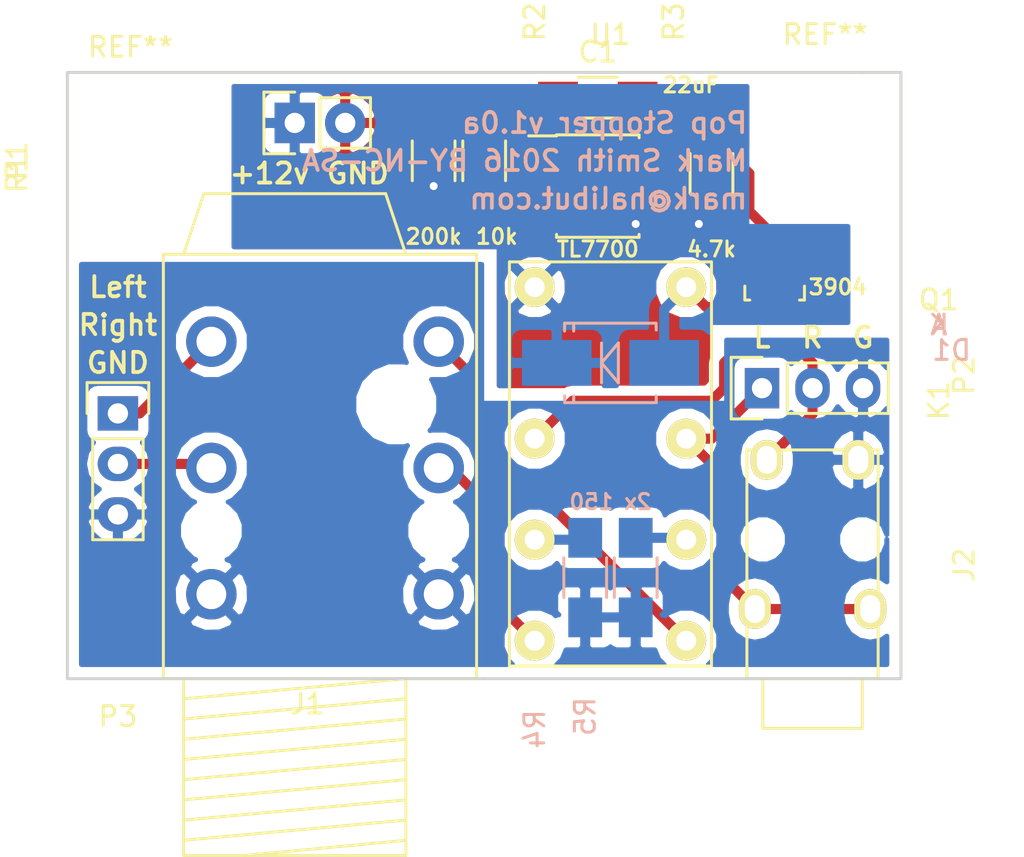
<source format=kicad_pcb>
(kicad_pcb (version 4) (host pcbnew 4.0.4+e1-6308~48~ubuntu16.04.1-stable)

  (general
    (links 33)
    (no_connects 0)
    (area 159.68 77.563809 211.384762 120.925001)
    (thickness 1.6)
    (drawings 26)
    (tracks 61)
    (zones 0)
    (modules 17)
    (nets 16)
  )

  (page A4)
  (layers
    (0 F.Cu signal)
    (31 B.Cu signal)
    (32 B.Adhes user)
    (33 F.Adhes user)
    (34 B.Paste user)
    (35 F.Paste user)
    (36 B.SilkS user)
    (37 F.SilkS user)
    (38 B.Mask user)
    (39 F.Mask user)
    (40 Dwgs.User user)
    (41 Cmts.User user)
    (42 Eco1.User user)
    (43 Eco2.User user)
    (44 Edge.Cuts user)
    (45 Margin user)
    (46 B.CrtYd user)
    (47 F.CrtYd user)
    (48 B.Fab user)
    (49 F.Fab user)
  )

  (setup
    (last_trace_width 0.508)
    (trace_clearance 0.2)
    (zone_clearance 0.508)
    (zone_45_only no)
    (trace_min 0.2)
    (segment_width 0.2)
    (edge_width 0.15)
    (via_size 0.6)
    (via_drill 0.4)
    (via_min_size 0.4)
    (via_min_drill 0.3)
    (uvia_size 0.3)
    (uvia_drill 0.1)
    (uvias_allowed no)
    (uvia_min_size 0)
    (uvia_min_drill 0)
    (pcb_text_width 0.3)
    (pcb_text_size 1.5 1.5)
    (mod_edge_width 0.15)
    (mod_text_size 1 1)
    (mod_text_width 0.15)
    (pad_size 1.524 1.524)
    (pad_drill 0.762)
    (pad_to_mask_clearance 0.2)
    (aux_axis_origin 0 0)
    (visible_elements FFFFFF7F)
    (pcbplotparams
      (layerselection 0x00030_80000001)
      (usegerberextensions false)
      (excludeedgelayer true)
      (linewidth 0.100000)
      (plotframeref false)
      (viasonmask false)
      (mode 1)
      (useauxorigin false)
      (hpglpennumber 1)
      (hpglpenspeed 20)
      (hpglpendiameter 15)
      (hpglpenoverlay 2)
      (psnegative false)
      (psa4output false)
      (plotreference true)
      (plotvalue true)
      (plotinvisibletext false)
      (padsonsilk false)
      (subtractmaskfromsilk false)
      (outputformat 1)
      (mirror false)
      (drillshape 1)
      (scaleselection 1)
      (outputdirectory ""))
  )

  (net 0 "")
  (net 1 "Net-(C1-Pad1)")
  (net 2 GND)
  (net 3 "Net-(D1-Pad2)")
  (net 4 GNDA)
  (net 5 "Net-(J1-Pad3)")
  (net 6 "Net-(J1-Pad2)")
  (net 7 "Net-(J1-Pad6)")
  (net 8 "Net-(J1-Pad5)")
  (net 9 +12V)
  (net 10 "Net-(K1-Pad14)")
  (net 11 "Net-(K1-Pad3)")
  (net 12 "Net-(Q1-Pad1)")
  (net 13 "Net-(R1-Pad2)")
  (net 14 "Net-(J2-Pad2)")
  (net 15 "Net-(J2-Pad3)")

  (net_class Default "This is the default net class."
    (clearance 0.2)
    (trace_width 0.508)
    (via_dia 0.6)
    (via_drill 0.4)
    (uvia_dia 0.3)
    (uvia_drill 0.1)
    (add_net +12V)
    (add_net GND)
    (add_net GNDA)
    (add_net "Net-(C1-Pad1)")
    (add_net "Net-(D1-Pad2)")
    (add_net "Net-(J1-Pad2)")
    (add_net "Net-(J1-Pad3)")
    (add_net "Net-(J1-Pad5)")
    (add_net "Net-(J1-Pad6)")
    (add_net "Net-(J2-Pad2)")
    (add_net "Net-(J2-Pad3)")
    (add_net "Net-(K1-Pad14)")
    (add_net "Net-(K1-Pad3)")
    (add_net "Net-(Q1-Pad1)")
    (add_net "Net-(R1-Pad2)")
  )

  (module Capacitors_SMD:C_1206_HandSoldering (layer F.Cu) (tedit 582BFE78) (tstamp 582AB344)
    (at 189.865 82.55)
    (descr "Capacitor SMD 1206, hand soldering")
    (tags "capacitor 1206")
    (path /582AA44D)
    (attr smd)
    (fp_text reference C1 (at 0 -2.3) (layer F.SilkS)
      (effects (font (size 1 1) (thickness 0.15)))
    )
    (fp_text value 22uF (at -0.635 -3.81) (layer F.Fab)
      (effects (font (size 1 1) (thickness 0.15)))
    )
    (fp_line (start -1.6 0.8) (end -1.6 -0.8) (layer F.Fab) (width 0.15))
    (fp_line (start 1.6 0.8) (end -1.6 0.8) (layer F.Fab) (width 0.15))
    (fp_line (start 1.6 -0.8) (end 1.6 0.8) (layer F.Fab) (width 0.15))
    (fp_line (start -1.6 -0.8) (end 1.6 -0.8) (layer F.Fab) (width 0.15))
    (fp_line (start -3.3 -1.15) (end 3.3 -1.15) (layer F.CrtYd) (width 0.05))
    (fp_line (start -3.3 1.15) (end 3.3 1.15) (layer F.CrtYd) (width 0.05))
    (fp_line (start -3.3 -1.15) (end -3.3 1.15) (layer F.CrtYd) (width 0.05))
    (fp_line (start 3.3 -1.15) (end 3.3 1.15) (layer F.CrtYd) (width 0.05))
    (fp_line (start 1 -1.025) (end -1 -1.025) (layer F.SilkS) (width 0.15))
    (fp_line (start -1 1.025) (end 1 1.025) (layer F.SilkS) (width 0.15))
    (pad 1 smd rect (at -2 0) (size 2 1.6) (layers F.Cu F.Paste F.Mask)
      (net 1 "Net-(C1-Pad1)"))
    (pad 2 smd rect (at 2 0) (size 2 1.6) (layers F.Cu F.Paste F.Mask)
      (net 2 GND))
    (model Capacitors_SMD.3dshapes/C_1206_HandSoldering.wrl
      (at (xyz 0 0 0))
      (scale (xyz 1 1 1))
      (rotate (xyz 0 0 0))
    )
  )

  (module Diodes_SMD:SMB_Handsoldering (layer B.Cu) (tedit 582BFEA6) (tstamp 582AB34A)
    (at 190.5 95.885)
    (descr "Diode SMB Handsoldering")
    (tags "Diode SMB Handsoldering")
    (path /582AA8EE)
    (attr smd)
    (fp_text reference D1 (at 17.145 -0.635) (layer B.SilkS)
      (effects (font (size 1 1) (thickness 0.15)) (justify mirror))
    )
    (fp_text value 1N4001 (at 17.78 -5.08) (layer B.Fab)
      (effects (font (size 1 1) (thickness 0.15)) (justify mirror))
    )
    (fp_line (start -4.7 2.25) (end 4.7 2.25) (layer B.CrtYd) (width 0.05))
    (fp_line (start 4.7 2.25) (end 4.7 -2.25) (layer B.CrtYd) (width 0.05))
    (fp_line (start 4.7 -2.25) (end -4.7 -2.25) (layer B.CrtYd) (width 0.05))
    (fp_line (start -4.7 -2.25) (end -4.7 2.25) (layer B.CrtYd) (width 0.05))
    (fp_line (start -0.44958 0) (end 0.39878 1.00076) (layer B.SilkS) (width 0.15))
    (fp_line (start 0.39878 1.00076) (end 0.39878 -1.00076) (layer B.SilkS) (width 0.15))
    (fp_line (start 0.39878 -1.00076) (end -0.44958 0) (layer B.SilkS) (width 0.15))
    (fp_line (start -0.44958 0) (end -0.44958 -1.00076) (layer B.SilkS) (width 0.15))
    (fp_line (start -0.44958 0) (end -0.44958 1.00076) (layer B.SilkS) (width 0.15))
    (fp_text user K (at 16.51 -1.905) (layer B.SilkS)
      (effects (font (size 1 1) (thickness 0.15)) (justify mirror))
    )
    (fp_text user A (at 16.51 -1.905) (layer B.SilkS)
      (effects (font (size 1 1) (thickness 0.15)) (justify mirror))
    )
    (fp_line (start -2.30632 -1.8) (end -2.30632 -1.6002) (layer B.SilkS) (width 0.15))
    (fp_line (start -1.84928 -1.8) (end -1.84928 -1.601) (layer B.SilkS) (width 0.15))
    (fp_line (start 2.30124 -1.8) (end 2.30124 -1.651) (layer B.SilkS) (width 0.15))
    (fp_line (start -2.30124 1.8) (end -2.30124 1.651) (layer B.SilkS) (width 0.15))
    (fp_line (start -1.84928 1.8) (end -1.84928 1.651) (layer B.SilkS) (width 0.15))
    (fp_line (start 2.30124 1.8) (end 2.30124 1.651) (layer B.SilkS) (width 0.15))
    (fp_line (start -1.84928 -1.94898) (end -1.84928 -1.75086) (layer B.SilkS) (width 0.15))
    (fp_line (start -1.84928 1.99898) (end -1.84928 1.80086) (layer B.SilkS) (width 0.15))
    (fp_line (start 2.29616 -1.99644) (end 2.29616 -1.79832) (layer B.SilkS) (width 0.15))
    (fp_line (start -2.30632 -1.99644) (end 2.29616 -1.99644) (layer B.SilkS) (width 0.15))
    (fp_line (start -2.30632 -1.99644) (end -2.30632 -1.79832) (layer B.SilkS) (width 0.15))
    (fp_line (start -2.30124 1.99898) (end -2.30124 1.80086) (layer B.SilkS) (width 0.15))
    (fp_line (start -2.30124 1.99898) (end 2.30124 1.99898) (layer B.SilkS) (width 0.15))
    (fp_line (start 2.30124 1.99898) (end 2.30124 1.80086) (layer B.SilkS) (width 0.15))
    (pad 1 smd rect (at -2.70002 0) (size 3.50012 2.30124) (layers B.Cu B.Paste B.Mask)
      (net 9 +12V))
    (pad 2 smd rect (at 2.70002 0) (size 3.50012 2.30124) (layers B.Cu B.Paste B.Mask)
      (net 3 "Net-(D1-Pad2)"))
    (model Diodes_SMD.3dshapes/SMB_Handsoldering.wrl
      (at (xyz 0 0 0))
      (scale (xyz 0.3937 0.3937 0.3937))
      (rotate (xyz 0 0 180))
    )
  )

  (module Libraries:NRJ6HF (layer F.Cu) (tedit 582BFE3F) (tstamp 582AB36B)
    (at 174.625 111.76)
    (path /582AAC56)
    (fp_text reference J1 (at 0.635 1.27) (layer F.SilkS)
      (effects (font (size 1 1) (thickness 0.15)))
    )
    (fp_text value JACK_TRS_6PINS (at -1.27 2.54) (layer F.Fab)
      (effects (font (size 1 1) (thickness 0.15)))
    )
    (fp_line (start -5.588 -21.336) (end -4.572 -24.384) (layer F.SilkS) (width 0.15))
    (fp_line (start -4.572 -24.384) (end 4.572 -24.384) (layer F.SilkS) (width 0.15))
    (fp_line (start 4.572 -24.384) (end 5.588 -21.336) (layer F.SilkS) (width 0.15))
    (fp_line (start 0 0) (end -6.604 0) (layer F.SilkS) (width 0.15))
    (fp_line (start -6.604 0) (end -6.604 -21.336) (layer F.SilkS) (width 0.15))
    (fp_line (start -6.604 -21.336) (end 9.144 -21.336) (layer F.SilkS) (width 0.15))
    (fp_line (start 9.144 -21.336) (end 9.144 0) (layer F.SilkS) (width 0.15))
    (fp_line (start 9.144 0) (end 0 0) (layer F.SilkS) (width 0.15))
    (fp_line (start 5.588 8.128) (end -2.54 8.89) (layer F.SilkS) (width 0.15))
    (fp_line (start 5.588 7.112) (end -5.588 8.128) (layer F.SilkS) (width 0.15))
    (fp_line (start -5.588 7.112) (end 5.588 6.096) (layer F.SilkS) (width 0.15))
    (fp_line (start 5.588 5.08) (end -5.588 6.096) (layer F.SilkS) (width 0.15))
    (fp_line (start -5.588 5.08) (end 5.588 4.064) (layer F.SilkS) (width 0.15))
    (fp_line (start 5.588 3.048) (end -5.588 4.064) (layer F.SilkS) (width 0.15))
    (fp_line (start -5.588 3.048) (end 5.588 2.032) (layer F.SilkS) (width 0.15))
    (fp_line (start 5.588 1.016) (end -5.588 2.032) (layer F.SilkS) (width 0.15))
    (fp_line (start 5.588 0) (end -5.588 1.016) (layer F.SilkS) (width 0.15))
    (fp_line (start -5.588 8.89) (end -5.588 0) (layer F.SilkS) (width 0.15))
    (fp_line (start -5.588 8.89) (end 5.588 8.89) (layer F.SilkS) (width 0.15))
    (fp_line (start 5.588 8.89) (end 5.588 0) (layer F.SilkS) (width 0.15))
    (pad 1 thru_hole circle (at 7.239 -4.2418) (size 2.54 2.54) (drill 1.4986) (layers *.Cu *.Mask)
      (net 4 GNDA))
    (pad 3 thru_hole circle (at 7.239 -10.5918) (size 2.54 2.54) (drill 1.4986) (layers *.Cu *.Mask)
      (net 5 "Net-(J1-Pad3)"))
    (pad 2 thru_hole circle (at 7.239 -16.9418) (size 2.54 2.54) (drill 1.4986) (layers *.Cu *.Mask)
      (net 6 "Net-(J1-Pad2)"))
    (pad 4 thru_hole circle (at -4.191 -4.2418) (size 2.54 2.54) (drill 1.4986) (layers *.Cu *.Mask)
      (net 4 GNDA))
    (pad 6 thru_hole circle (at -4.191 -10.5918) (size 2.54 2.54) (drill 1.4986) (layers *.Cu *.Mask)
      (net 7 "Net-(J1-Pad6)"))
    (pad 5 thru_hole circle (at -4.191 -16.9418) (size 2.54 2.54) (drill 1.4986) (layers *.Cu *.Mask)
      (net 8 "Net-(J1-Pad5)"))
    (pad "" np_thru_hole circle (at 7.239 -7.4422) (size 2.032 2.032) (drill 2.032) (layers *.Cu *.Mask))
    (pad "" np_thru_hole circle (at -4.191 -7.4422) (size 2.032 2.032) (drill 2.032) (layers *.Cu *.Mask))
    (pad "" np_thru_hole circle (at 5.1054 -13.7922) (size 2.9972 2.9972) (drill 2.9972) (layers *.Cu *.Mask))
  )

  (module Libraries:Relay_HK19F (layer F.Cu) (tedit 582BFE92) (tstamp 582AB377)
    (at 190.5 99.695 270)
    (path /582AA07F)
    (fp_text reference K1 (at -1.905 -16.51 270) (layer F.SilkS)
      (effects (font (size 1 1) (thickness 0.15)))
    )
    (fp_text value RELAY_2RT (at 0.635 -16.51 270) (layer F.Fab)
      (effects (font (size 1 1) (thickness 0.15)))
    )
    (fp_line (start -8.89 -5.08) (end -8.89 5.08) (layer F.SilkS) (width 0.15))
    (fp_line (start -8.89 5.08) (end 11.43 5.08) (layer F.SilkS) (width 0.15))
    (fp_line (start 11.43 5.08) (end 11.43 -5.08) (layer F.SilkS) (width 0.15))
    (fp_line (start 11.43 -5.08) (end -8.89 -5.08) (layer F.SilkS) (width 0.15))
    (pad 8 thru_hole circle (at -7.62 -3.81 270) (size 2 2) (drill 1) (layers *.Cu *.Mask F.SilkS)
      (net 3 "Net-(D1-Pad2)"))
    (pad 9 thru_hole circle (at -7.62 3.81 270) (size 2 2) (drill 1) (layers *.Cu *.Mask F.SilkS)
      (net 9 +12V))
    (pad 12 thru_hole circle (at 0 -3.81 270) (size 2 2) (drill 1) (layers *.Cu *.Mask F.SilkS)
      (net 14 "Net-(J2-Pad2)"))
    (pad 5 thru_hole circle (at 0 3.81 270) (size 2 2) (drill 1) (layers *.Cu *.Mask F.SilkS)
      (net 15 "Net-(J2-Pad3)"))
    (pad 14 thru_hole circle (at 5.08 -3.81 270) (size 2 2) (drill 1) (layers *.Cu *.Mask F.SilkS)
      (net 10 "Net-(K1-Pad14)"))
    (pad 3 thru_hole circle (at 5.08 3.81 270) (size 2 2) (drill 1) (layers *.Cu *.Mask F.SilkS)
      (net 11 "Net-(K1-Pad3)"))
    (pad 16 thru_hole circle (at 10.16 -3.81 270) (size 2 2) (drill 1) (layers *.Cu *.Mask F.SilkS)
      (net 6 "Net-(J1-Pad2)"))
    (pad 1 thru_hole circle (at 10.16 3.81 270) (size 2 2) (drill 1) (layers *.Cu *.Mask F.SilkS)
      (net 5 "Net-(J1-Pad3)"))
  )

  (module Pin_Headers:Pin_Header_Straight_1x02 (layer F.Cu) (tedit 582BFE44) (tstamp 582AB37D)
    (at 174.625 83.82 90)
    (descr "Through hole pin header")
    (tags "pin header")
    (path /582AA036)
    (fp_text reference P1 (at -1.905 -13.97 90) (layer F.SilkS)
      (effects (font (size 1 1) (thickness 0.15)))
    )
    (fp_text value CONN_01X02 (at -3.81 -12.7 90) (layer F.Fab)
      (effects (font (size 1 1) (thickness 0.15)))
    )
    (fp_line (start 1.27 1.27) (end 1.27 3.81) (layer F.SilkS) (width 0.15))
    (fp_line (start 1.55 -1.55) (end 1.55 0) (layer F.SilkS) (width 0.15))
    (fp_line (start -1.75 -1.75) (end -1.75 4.3) (layer F.CrtYd) (width 0.05))
    (fp_line (start 1.75 -1.75) (end 1.75 4.3) (layer F.CrtYd) (width 0.05))
    (fp_line (start -1.75 -1.75) (end 1.75 -1.75) (layer F.CrtYd) (width 0.05))
    (fp_line (start -1.75 4.3) (end 1.75 4.3) (layer F.CrtYd) (width 0.05))
    (fp_line (start 1.27 1.27) (end -1.27 1.27) (layer F.SilkS) (width 0.15))
    (fp_line (start -1.55 0) (end -1.55 -1.55) (layer F.SilkS) (width 0.15))
    (fp_line (start -1.55 -1.55) (end 1.55 -1.55) (layer F.SilkS) (width 0.15))
    (fp_line (start -1.27 1.27) (end -1.27 3.81) (layer F.SilkS) (width 0.15))
    (fp_line (start -1.27 3.81) (end 1.27 3.81) (layer F.SilkS) (width 0.15))
    (pad 1 thru_hole rect (at 0 0 90) (size 2.032 2.032) (drill 1.016) (layers *.Cu *.Mask)
      (net 9 +12V))
    (pad 2 thru_hole oval (at 0 2.54 90) (size 2.032 2.032) (drill 1.016) (layers *.Cu *.Mask)
      (net 2 GND))
    (model Pin_Headers.3dshapes/Pin_Header_Straight_1x02.wrl
      (at (xyz 0 -0.05 0))
      (scale (xyz 1 1 1))
      (rotate (xyz 0 0 90))
    )
  )

  (module Pin_Headers:Pin_Header_Straight_1x03 (layer F.Cu) (tedit 582BFEBA) (tstamp 582AB384)
    (at 198.12 97.155 90)
    (descr "Through hole pin header")
    (tags "pin header")
    (path /582A9FC1)
    (fp_text reference P2 (at 0.635 10.16 90) (layer F.SilkS)
      (effects (font (size 1 1) (thickness 0.15)))
    )
    (fp_text value CONN_01X03 (at -1.905 9.525 90) (layer F.Fab)
      (effects (font (size 1 1) (thickness 0.15)))
    )
    (fp_line (start -1.75 -1.75) (end -1.75 6.85) (layer F.CrtYd) (width 0.05))
    (fp_line (start 1.75 -1.75) (end 1.75 6.85) (layer F.CrtYd) (width 0.05))
    (fp_line (start -1.75 -1.75) (end 1.75 -1.75) (layer F.CrtYd) (width 0.05))
    (fp_line (start -1.75 6.85) (end 1.75 6.85) (layer F.CrtYd) (width 0.05))
    (fp_line (start -1.27 1.27) (end -1.27 6.35) (layer F.SilkS) (width 0.15))
    (fp_line (start -1.27 6.35) (end 1.27 6.35) (layer F.SilkS) (width 0.15))
    (fp_line (start 1.27 6.35) (end 1.27 1.27) (layer F.SilkS) (width 0.15))
    (fp_line (start 1.55 -1.55) (end 1.55 0) (layer F.SilkS) (width 0.15))
    (fp_line (start 1.27 1.27) (end -1.27 1.27) (layer F.SilkS) (width 0.15))
    (fp_line (start -1.55 0) (end -1.55 -1.55) (layer F.SilkS) (width 0.15))
    (fp_line (start -1.55 -1.55) (end 1.55 -1.55) (layer F.SilkS) (width 0.15))
    (pad 1 thru_hole rect (at 0 0 90) (size 2.032 1.7272) (drill 1.016) (layers *.Cu *.Mask)
      (net 14 "Net-(J2-Pad2)"))
    (pad 2 thru_hole oval (at 0 2.54 90) (size 2.032 1.7272) (drill 1.016) (layers *.Cu *.Mask)
      (net 15 "Net-(J2-Pad3)"))
    (pad 3 thru_hole oval (at 0 5.08 90) (size 2.032 1.7272) (drill 1.016) (layers *.Cu *.Mask)
      (net 4 GNDA))
    (model Pin_Headers.3dshapes/Pin_Header_Straight_1x03.wrl
      (at (xyz 0 -0.1 0))
      (scale (xyz 1 1 1))
      (rotate (xyz 0 0 90))
    )
  )

  (module Pin_Headers:Pin_Header_Straight_1x03 (layer F.Cu) (tedit 582BFE3A) (tstamp 582AB38B)
    (at 165.735 98.425)
    (descr "Through hole pin header")
    (tags "pin header")
    (path /582AADD8)
    (fp_text reference P3 (at 0 15.24) (layer F.SilkS)
      (effects (font (size 1 1) (thickness 0.15)))
    )
    (fp_text value CONN_01X03 (at 3.81 15.24) (layer F.Fab)
      (effects (font (size 1 1) (thickness 0.15)))
    )
    (fp_line (start -1.75 -1.75) (end -1.75 6.85) (layer F.CrtYd) (width 0.05))
    (fp_line (start 1.75 -1.75) (end 1.75 6.85) (layer F.CrtYd) (width 0.05))
    (fp_line (start -1.75 -1.75) (end 1.75 -1.75) (layer F.CrtYd) (width 0.05))
    (fp_line (start -1.75 6.85) (end 1.75 6.85) (layer F.CrtYd) (width 0.05))
    (fp_line (start -1.27 1.27) (end -1.27 6.35) (layer F.SilkS) (width 0.15))
    (fp_line (start -1.27 6.35) (end 1.27 6.35) (layer F.SilkS) (width 0.15))
    (fp_line (start 1.27 6.35) (end 1.27 1.27) (layer F.SilkS) (width 0.15))
    (fp_line (start 1.55 -1.55) (end 1.55 0) (layer F.SilkS) (width 0.15))
    (fp_line (start 1.27 1.27) (end -1.27 1.27) (layer F.SilkS) (width 0.15))
    (fp_line (start -1.55 0) (end -1.55 -1.55) (layer F.SilkS) (width 0.15))
    (fp_line (start -1.55 -1.55) (end 1.55 -1.55) (layer F.SilkS) (width 0.15))
    (pad 1 thru_hole rect (at 0 0) (size 2.032 1.7272) (drill 1.016) (layers *.Cu *.Mask)
      (net 8 "Net-(J1-Pad5)"))
    (pad 2 thru_hole oval (at 0 2.54) (size 2.032 1.7272) (drill 1.016) (layers *.Cu *.Mask)
      (net 7 "Net-(J1-Pad6)"))
    (pad 3 thru_hole oval (at 0 5.08) (size 2.032 1.7272) (drill 1.016) (layers *.Cu *.Mask)
      (net 4 GNDA))
    (model Pin_Headers.3dshapes/Pin_Header_Straight_1x03.wrl
      (at (xyz 0 -0.1 0))
      (scale (xyz 1 1 1))
      (rotate (xyz 0 0 90))
    )
  )

  (module TO_SOT_Packages_SMD:SOT-23 (layer F.Cu) (tedit 582BFE90) (tstamp 582AB392)
    (at 198.755 92.075 180)
    (descr "SOT-23, Standard")
    (tags SOT-23)
    (path /582AA6DA)
    (attr smd)
    (fp_text reference Q1 (at -8.255 -0.635 180) (layer F.SilkS)
      (effects (font (size 1 1) (thickness 0.15)))
    )
    (fp_text value MMBT3904 (at 0 13.335 180) (layer F.Fab)
      (effects (font (size 1 1) (thickness 0.15)))
    )
    (fp_line (start -1.65 -1.6) (end 1.65 -1.6) (layer F.CrtYd) (width 0.05))
    (fp_line (start 1.65 -1.6) (end 1.65 1.6) (layer F.CrtYd) (width 0.05))
    (fp_line (start 1.65 1.6) (end -1.65 1.6) (layer F.CrtYd) (width 0.05))
    (fp_line (start -1.65 1.6) (end -1.65 -1.6) (layer F.CrtYd) (width 0.05))
    (fp_line (start 1.29916 -0.65024) (end 1.2509 -0.65024) (layer F.SilkS) (width 0.15))
    (fp_line (start -1.49982 0.0508) (end -1.49982 -0.65024) (layer F.SilkS) (width 0.15))
    (fp_line (start -1.49982 -0.65024) (end -1.2509 -0.65024) (layer F.SilkS) (width 0.15))
    (fp_line (start 1.29916 -0.65024) (end 1.49982 -0.65024) (layer F.SilkS) (width 0.15))
    (fp_line (start 1.49982 -0.65024) (end 1.49982 0.0508) (layer F.SilkS) (width 0.15))
    (pad 1 smd rect (at -0.95 1.00076 180) (size 0.8001 0.8001) (layers F.Cu F.Paste F.Mask)
      (net 12 "Net-(Q1-Pad1)"))
    (pad 2 smd rect (at 0.95 1.00076 180) (size 0.8001 0.8001) (layers F.Cu F.Paste F.Mask)
      (net 2 GND))
    (pad 3 smd rect (at 0 -0.99822 180) (size 0.8001 0.8001) (layers F.Cu F.Paste F.Mask)
      (net 3 "Net-(D1-Pad2)"))
    (model TO_SOT_Packages_SMD.3dshapes/SOT-23.wrl
      (at (xyz 0 0 0))
      (scale (xyz 1 1 1))
      (rotate (xyz 0 0 0))
    )
  )

  (module Resistors_SMD:R_1206_HandSoldering (layer F.Cu) (tedit 582BFE52) (tstamp 582AB398)
    (at 181.61 85.725 90)
    (descr "Resistor SMD 1206, hand soldering")
    (tags "resistor 1206")
    (path /582AA4BC)
    (attr smd)
    (fp_text reference R1 (at -0.635 -20.955 90) (layer F.SilkS)
      (effects (font (size 1 1) (thickness 0.15)))
    )
    (fp_text value 200k (at -5.08 -20.32 90) (layer F.Fab)
      (effects (font (size 1 1) (thickness 0.15)))
    )
    (fp_line (start -3.3 -1.2) (end 3.3 -1.2) (layer F.CrtYd) (width 0.05))
    (fp_line (start -3.3 1.2) (end 3.3 1.2) (layer F.CrtYd) (width 0.05))
    (fp_line (start -3.3 -1.2) (end -3.3 1.2) (layer F.CrtYd) (width 0.05))
    (fp_line (start 3.3 -1.2) (end 3.3 1.2) (layer F.CrtYd) (width 0.05))
    (fp_line (start 1 1.075) (end -1 1.075) (layer F.SilkS) (width 0.15))
    (fp_line (start -1 -1.075) (end 1 -1.075) (layer F.SilkS) (width 0.15))
    (pad 1 smd rect (at -2 0 90) (size 2 1.7) (layers F.Cu F.Paste F.Mask)
      (net 9 +12V))
    (pad 2 smd rect (at 2 0 90) (size 2 1.7) (layers F.Cu F.Paste F.Mask)
      (net 13 "Net-(R1-Pad2)"))
    (model Resistors_SMD.3dshapes/R_1206_HandSoldering.wrl
      (at (xyz 0 0 0))
      (scale (xyz 1 1 1))
      (rotate (xyz 0 0 0))
    )
  )

  (module Resistors_SMD:R_1206_HandSoldering (layer F.Cu) (tedit 582BFE8B) (tstamp 582AB39E)
    (at 184.15 85.725 270)
    (descr "Resistor SMD 1206, hand soldering")
    (tags "resistor 1206")
    (path /582AA4F7)
    (attr smd)
    (fp_text reference R2 (at -6.985 -2.54 270) (layer F.SilkS)
      (effects (font (size 1 1) (thickness 0.15)))
    )
    (fp_text value 10k (at 2.54 22.86 270) (layer F.Fab)
      (effects (font (size 1 1) (thickness 0.15)))
    )
    (fp_line (start -3.3 -1.2) (end 3.3 -1.2) (layer F.CrtYd) (width 0.05))
    (fp_line (start -3.3 1.2) (end 3.3 1.2) (layer F.CrtYd) (width 0.05))
    (fp_line (start -3.3 -1.2) (end -3.3 1.2) (layer F.CrtYd) (width 0.05))
    (fp_line (start 3.3 -1.2) (end 3.3 1.2) (layer F.CrtYd) (width 0.05))
    (fp_line (start 1 1.075) (end -1 1.075) (layer F.SilkS) (width 0.15))
    (fp_line (start -1 -1.075) (end 1 -1.075) (layer F.SilkS) (width 0.15))
    (pad 1 smd rect (at -2 0 270) (size 2 1.7) (layers F.Cu F.Paste F.Mask)
      (net 13 "Net-(R1-Pad2)"))
    (pad 2 smd rect (at 2 0 270) (size 2 1.7) (layers F.Cu F.Paste F.Mask)
      (net 2 GND))
    (model Resistors_SMD.3dshapes/R_1206_HandSoldering.wrl
      (at (xyz 0 0 0))
      (scale (xyz 1 1 1))
      (rotate (xyz 0 0 0))
    )
  )

  (module Resistors_SMD:R_1206_HandSoldering (layer F.Cu) (tedit 582BFE87) (tstamp 582AB3A4)
    (at 195.58 86.36 90)
    (descr "Resistor SMD 1206, hand soldering")
    (tags "resistor 1206")
    (path /582AA76E)
    (attr smd)
    (fp_text reference R3 (at 7.62 -1.905 90) (layer F.SilkS)
      (effects (font (size 1 1) (thickness 0.15)))
    )
    (fp_text value 4.7k (at 0 11.43 90) (layer F.Fab)
      (effects (font (size 1 1) (thickness 0.15)))
    )
    (fp_line (start -3.3 -1.2) (end 3.3 -1.2) (layer F.CrtYd) (width 0.05))
    (fp_line (start -3.3 1.2) (end 3.3 1.2) (layer F.CrtYd) (width 0.05))
    (fp_line (start -3.3 -1.2) (end -3.3 1.2) (layer F.CrtYd) (width 0.05))
    (fp_line (start 3.3 -1.2) (end 3.3 1.2) (layer F.CrtYd) (width 0.05))
    (fp_line (start 1 1.075) (end -1 1.075) (layer F.SilkS) (width 0.15))
    (fp_line (start -1 -1.075) (end 1 -1.075) (layer F.SilkS) (width 0.15))
    (pad 1 smd rect (at -2 0 90) (size 2 1.7) (layers F.Cu F.Paste F.Mask)
      (net 9 +12V))
    (pad 2 smd rect (at 2 0 90) (size 2 1.7) (layers F.Cu F.Paste F.Mask)
      (net 12 "Net-(Q1-Pad1)"))
    (model Resistors_SMD.3dshapes/R_1206_HandSoldering.wrl
      (at (xyz 0 0 0))
      (scale (xyz 1 1 1))
      (rotate (xyz 0 0 0))
    )
  )

  (module Resistors_SMD:R_1206_HandSoldering (layer B.Cu) (tedit 582BFE61) (tstamp 582AB3AA)
    (at 189.23 106.68 270)
    (descr "Resistor SMD 1206, hand soldering")
    (tags "resistor 1206")
    (path /582AA18A)
    (attr smd)
    (fp_text reference R4 (at 7.62 2.54 270) (layer B.SilkS)
      (effects (font (size 1 1) (thickness 0.15)) (justify mirror))
    )
    (fp_text value 150 (at 6.985 -2.54 270) (layer B.Fab)
      (effects (font (size 1 1) (thickness 0.15)) (justify mirror))
    )
    (fp_line (start -3.3 1.2) (end 3.3 1.2) (layer B.CrtYd) (width 0.05))
    (fp_line (start -3.3 -1.2) (end 3.3 -1.2) (layer B.CrtYd) (width 0.05))
    (fp_line (start -3.3 1.2) (end -3.3 -1.2) (layer B.CrtYd) (width 0.05))
    (fp_line (start 3.3 1.2) (end 3.3 -1.2) (layer B.CrtYd) (width 0.05))
    (fp_line (start 1 -1.075) (end -1 -1.075) (layer B.SilkS) (width 0.15))
    (fp_line (start -1 1.075) (end 1 1.075) (layer B.SilkS) (width 0.15))
    (pad 1 smd rect (at -2 0 270) (size 2 1.7) (layers B.Cu B.Paste B.Mask)
      (net 11 "Net-(K1-Pad3)"))
    (pad 2 smd rect (at 2 0 270) (size 2 1.7) (layers B.Cu B.Paste B.Mask)
      (net 4 GNDA))
    (model Resistors_SMD.3dshapes/R_1206_HandSoldering.wrl
      (at (xyz 0 0 0))
      (scale (xyz 1 1 1))
      (rotate (xyz 0 0 0))
    )
  )

  (module Resistors_SMD:R_1206_HandSoldering (layer B.Cu) (tedit 582BFE64) (tstamp 582AB3B0)
    (at 191.77 106.68 270)
    (descr "Resistor SMD 1206, hand soldering")
    (tags "resistor 1206")
    (path /582AA1DD)
    (attr smd)
    (fp_text reference R5 (at 6.985 2.54 270) (layer B.SilkS)
      (effects (font (size 1 1) (thickness 0.15)) (justify mirror))
    )
    (fp_text value 150 (at 7.62 -1.905 270) (layer B.Fab)
      (effects (font (size 1 1) (thickness 0.15)) (justify mirror))
    )
    (fp_line (start -3.3 1.2) (end 3.3 1.2) (layer B.CrtYd) (width 0.05))
    (fp_line (start -3.3 -1.2) (end 3.3 -1.2) (layer B.CrtYd) (width 0.05))
    (fp_line (start -3.3 1.2) (end -3.3 -1.2) (layer B.CrtYd) (width 0.05))
    (fp_line (start 3.3 1.2) (end 3.3 -1.2) (layer B.CrtYd) (width 0.05))
    (fp_line (start 1 -1.075) (end -1 -1.075) (layer B.SilkS) (width 0.15))
    (fp_line (start -1 1.075) (end 1 1.075) (layer B.SilkS) (width 0.15))
    (pad 1 smd rect (at -2 0 270) (size 2 1.7) (layers B.Cu B.Paste B.Mask)
      (net 10 "Net-(K1-Pad14)"))
    (pad 2 smd rect (at 2 0 270) (size 2 1.7) (layers B.Cu B.Paste B.Mask)
      (net 4 GNDA))
    (model Resistors_SMD.3dshapes/R_1206_HandSoldering.wrl
      (at (xyz 0 0 0))
      (scale (xyz 1 1 1))
      (rotate (xyz 0 0 0))
    )
  )

  (module Housings_SOIC:SOIC-8_3.9x4.9mm_Pitch1.27mm (layer F.Cu) (tedit 582BFE82) (tstamp 582AB3BC)
    (at 189.865 86.995)
    (descr "8-Lead Plastic Small Outline (SN) - Narrow, 3.90 mm Body [SOIC] (see Microchip Packaging Specification 00000049BS.pdf)")
    (tags "SOIC 1.27")
    (path /582AA30F)
    (attr smd)
    (fp_text reference U1 (at 0.635 -7.62) (layer F.SilkS)
      (effects (font (size 1 1) (thickness 0.15)))
    )
    (fp_text value TL7700 (at 1.27 -8.255) (layer F.Fab)
      (effects (font (size 1 1) (thickness 0.15)))
    )
    (fp_line (start -0.95 -2.45) (end 1.95 -2.45) (layer F.Fab) (width 0.15))
    (fp_line (start 1.95 -2.45) (end 1.95 2.45) (layer F.Fab) (width 0.15))
    (fp_line (start 1.95 2.45) (end -1.95 2.45) (layer F.Fab) (width 0.15))
    (fp_line (start -1.95 2.45) (end -1.95 -1.45) (layer F.Fab) (width 0.15))
    (fp_line (start -1.95 -1.45) (end -0.95 -2.45) (layer F.Fab) (width 0.15))
    (fp_line (start -3.75 -2.75) (end -3.75 2.75) (layer F.CrtYd) (width 0.05))
    (fp_line (start 3.75 -2.75) (end 3.75 2.75) (layer F.CrtYd) (width 0.05))
    (fp_line (start -3.75 -2.75) (end 3.75 -2.75) (layer F.CrtYd) (width 0.05))
    (fp_line (start -3.75 2.75) (end 3.75 2.75) (layer F.CrtYd) (width 0.05))
    (fp_line (start -2.075 -2.575) (end -2.075 -2.525) (layer F.SilkS) (width 0.15))
    (fp_line (start 2.075 -2.575) (end 2.075 -2.43) (layer F.SilkS) (width 0.15))
    (fp_line (start 2.075 2.575) (end 2.075 2.43) (layer F.SilkS) (width 0.15))
    (fp_line (start -2.075 2.575) (end -2.075 2.43) (layer F.SilkS) (width 0.15))
    (fp_line (start -2.075 -2.575) (end 2.075 -2.575) (layer F.SilkS) (width 0.15))
    (fp_line (start -2.075 2.575) (end 2.075 2.575) (layer F.SilkS) (width 0.15))
    (fp_line (start -2.075 -2.525) (end -3.475 -2.525) (layer F.SilkS) (width 0.15))
    (pad 1 smd rect (at -2.7 -1.905) (size 1.55 0.6) (layers F.Cu F.Paste F.Mask)
      (net 1 "Net-(C1-Pad1)"))
    (pad 2 smd rect (at -2.7 -0.635) (size 1.55 0.6) (layers F.Cu F.Paste F.Mask)
      (net 13 "Net-(R1-Pad2)"))
    (pad 3 smd rect (at -2.7 0.635) (size 1.55 0.6) (layers F.Cu F.Paste F.Mask))
    (pad 4 smd rect (at -2.7 1.905) (size 1.55 0.6) (layers F.Cu F.Paste F.Mask)
      (net 2 GND))
    (pad 5 smd rect (at 2.7 1.905) (size 1.55 0.6) (layers F.Cu F.Paste F.Mask)
      (net 9 +12V))
    (pad 6 smd rect (at 2.7 0.635) (size 1.55 0.6) (layers F.Cu F.Paste F.Mask))
    (pad 7 smd rect (at 2.7 -0.635) (size 1.55 0.6) (layers F.Cu F.Paste F.Mask))
    (pad 8 smd rect (at 2.7 -1.905) (size 1.55 0.6) (layers F.Cu F.Paste F.Mask)
      (net 12 "Net-(Q1-Pad1)"))
    (model Housings_SOIC.3dshapes/SOIC-8_3.9x4.9mm_Pitch1.27mm.wrl
      (at (xyz 0 0 0))
      (scale (xyz 1 1 1))
      (rotate (xyz 0 0 0))
    )
  )

  (module Mounting_Holes:MountingHole_3.2mm_M3 (layer F.Cu) (tedit 582BFE45) (tstamp 582AB5BC)
    (at 167.005 85.09)
    (descr "Mounting Hole 3.2mm, no annular, M3")
    (tags "mounting hole 3.2mm no annular m3")
    (fp_text reference REF** (at -0.635 -5.08) (layer F.SilkS)
      (effects (font (size 1 1) (thickness 0.15)))
    )
    (fp_text value MountingHole_3.2mm_M3 (at 5.715 28.575) (layer F.Fab)
      (effects (font (size 1 1) (thickness 0.15)))
    )
    (fp_circle (center 0 0) (end 3.2 0) (layer Cmts.User) (width 0.15))
    (fp_circle (center 0 0) (end 3.45 0) (layer F.CrtYd) (width 0.05))
    (pad 1 np_thru_hole circle (at 0 0) (size 3.2 3.2) (drill 3.2) (layers *.Cu *.Mask))
  )

  (module Mounting_Holes:MountingHole_3.2mm_M3 (layer F.Cu) (tedit 582BFE6E) (tstamp 582AB5D7)
    (at 201.295 85.09)
    (descr "Mounting Hole 3.2mm, no annular, M3")
    (tags "mounting hole 3.2mm no annular m3")
    (fp_text reference REF** (at 0 -5.715) (layer F.SilkS)
      (effects (font (size 1 1) (thickness 0.15)))
    )
    (fp_text value MountingHole_3.2mm_M3 (at -2.54 -6.35) (layer F.Fab)
      (effects (font (size 1 1) (thickness 0.15)))
    )
    (fp_circle (center 0 0) (end 3.2 0) (layer Cmts.User) (width 0.15))
    (fp_circle (center 0 0) (end 3.45 0) (layer F.CrtYd) (width 0.05))
    (pad 1 np_thru_hole circle (at 0 0) (size 3.2 3.2) (drill 3.2) (layers *.Cu *.Mask))
  )

  (module Libraries:PJ321-3.5mm-TRS (layer F.Cu) (tedit 582BFE68) (tstamp 582BF63D)
    (at 200.66 111.76 90)
    (path /582BF81F)
    (fp_text reference J2 (at 5.715 7.62 90) (layer F.SilkS)
      (effects (font (size 1 1) (thickness 0.15)))
    )
    (fp_text value JACK_TRS_6PINS (at 6.35 6.985 90) (layer F.Fab)
      (effects (font (size 1 1) (thickness 0.15)))
    )
    (fp_line (start 0 -2.5) (end -2.5 -2.5) (layer F.SilkS) (width 0.15))
    (fp_line (start -2.5 -2.5) (end -2.5 2.5) (layer F.SilkS) (width 0.15))
    (fp_line (start -2.5 2.5) (end 0 2.5) (layer F.SilkS) (width 0.15))
    (fp_line (start 0 -3.3) (end 11.5 -3.3) (layer F.SilkS) (width 0.15))
    (fp_line (start 11.5 -3.3) (end 11.5 3.3) (layer F.SilkS) (width 0.15))
    (fp_line (start 11.5 3.3) (end 0 3.3) (layer F.SilkS) (width 0.15))
    (fp_line (start 0 3.3) (end 0 -3.3) (layer F.SilkS) (width 0.15))
    (pad 2 thru_hole oval (at 3.5 -2.9 90) (size 2 1.6) (drill oval 1.4 1) (layers *.Cu *.Mask F.SilkS)
      (net 14 "Net-(J2-Pad2)"))
    (pad 2 thru_hole oval (at 3.5 2.9 90) (size 2 1.6) (drill oval 1.4 1) (layers *.Cu *.Mask F.SilkS)
      (net 14 "Net-(J2-Pad2)"))
    (pad 3 thru_hole oval (at 11 -2.3 90) (size 2 1.6) (drill oval 1.4 1) (layers *.Cu *.Mask F.SilkS)
      (net 15 "Net-(J2-Pad3)"))
    (pad 1 thru_hole oval (at 11 2.3 90) (size 2 1.6) (drill oval 1.4 1) (layers *.Cu *.Mask F.SilkS)
      (net 4 GNDA))
    (pad "" np_thru_hole circle (at 7 -2.5 90) (size 1.2 1.2) (drill 1.2) (layers *.Cu *.Mask F.SilkS))
    (pad "" np_thru_hole circle (at 7 2.5 90) (size 1.2 1.2) (drill 1.2) (layers *.Cu *.Mask F.SilkS))
  )

  (gr_text mark@halibut.com (at 197.485 87.63) (layer B.SilkS)
    (effects (font (size 1.016 1.016) (thickness 0.1905)) (justify left mirror))
  )
  (gr_text "Mark Smith 2016 BY-NC-SA" (at 197.485 85.725) (layer B.SilkS)
    (effects (font (size 1.016 1.016) (thickness 0.1905)) (justify left mirror))
  )
  (gr_text "Pop Stopper v1.0a" (at 197.485 83.82) (layer B.SilkS)
    (effects (font (size 1.016 1.016) (thickness 0.1905)) (justify left mirror))
  )
  (gr_text G (at 203.2 94.615) (layer F.SilkS)
    (effects (font (size 1.016 1.016) (thickness 0.1905)))
  )
  (gr_text R (at 200.66 94.615) (layer F.SilkS)
    (effects (font (size 1.016 1.016) (thickness 0.1905)))
  )
  (gr_text L (at 198.12 94.615) (layer F.SilkS)
    (effects (font (size 1.016 1.016) (thickness 0.1905)))
  )
  (gr_text GND (at 165.735 95.885) (layer F.SilkS)
    (effects (font (size 1.016 1.016) (thickness 0.1905)))
  )
  (gr_text Right (at 165.735 93.98) (layer F.SilkS)
    (effects (font (size 1.016 1.016) (thickness 0.1905)))
  )
  (gr_text Left (at 165.735 92.075) (layer F.SilkS)
    (effects (font (size 1.016 1.016) (thickness 0.1905)))
  )
  (gr_text "2x 150" (at 190.5 102.87) (layer B.SilkS)
    (effects (font (size 0.762 0.762) (thickness 0.1524)) (justify mirror))
  )
  (gr_text TL7700 (at 189.865 90.17) (layer F.SilkS)
    (effects (font (size 0.762 0.762) (thickness 0.1524)))
  )
  (gr_text 3904 (at 201.93 92.075) (layer F.SilkS)
    (effects (font (size 0.762 0.762) (thickness 0.1524)))
  )
  (gr_text 4.7k (at 195.58 90.17) (layer F.SilkS)
    (effects (font (size 0.762 0.762) (thickness 0.1524)))
  )
  (gr_text 22uF (at 193.04 81.915) (layer F.SilkS)
    (effects (font (size 0.762 0.762) (thickness 0.1524)) (justify left))
  )
  (gr_text 10k (at 184.785 89.535) (layer F.SilkS)
    (effects (font (size 0.762 0.762) (thickness 0.1524)))
  )
  (gr_text 200k (at 181.61 89.535) (layer F.SilkS)
    (effects (font (size 0.762 0.762) (thickness 0.1524)))
  )
  (gr_text GND (at 177.8 86.36) (layer F.SilkS)
    (effects (font (size 1.016 1.016) (thickness 0.1905)))
  )
  (gr_text +12v (at 173.355 86.36) (layer F.SilkS)
    (effects (font (size 1.016 1.016) (thickness 0.1905)))
  )
  (gr_line (start 205.105 81.28) (end 203.2 81.28) (angle 90) (layer Edge.Cuts) (width 0.15))
  (gr_line (start 205.105 111.76) (end 205.105 81.28) (angle 90) (layer Edge.Cuts) (width 0.15))
  (gr_line (start 203.2 111.76) (end 205.105 111.76) (angle 90) (layer Edge.Cuts) (width 0.15))
  (gr_line (start 163.195 111.76) (end 184.15 111.76) (angle 90) (layer Edge.Cuts) (width 0.15))
  (gr_line (start 163.195 81.28) (end 163.195 111.76) (angle 90) (layer Edge.Cuts) (width 0.15))
  (gr_line (start 203.2 81.28) (end 163.195 81.28) (angle 90) (layer Edge.Cuts) (width 0.15))
  (gr_line (start 202.565 111.76) (end 203.2 111.76) (angle 90) (layer Edge.Cuts) (width 0.15))
  (gr_line (start 184.15 111.76) (end 202.565 111.76) (angle 90) (layer Edge.Cuts) (width 0.15))

  (segment (start 187.165 85.09) (end 187.165 83.25) (width 0.508) (layer F.Cu) (net 1))
  (segment (start 187.165 83.25) (end 187.865 82.55) (width 0.508) (layer F.Cu) (net 1) (tstamp 582BF91E))
  (segment (start 184.15 88.36) (end 184.15 86.995) (width 0.508) (layer F.Cu) (net 2))
  (segment (start 198.755 93.07322) (end 195.30822 93.07322) (width 0.508) (layer F.Cu) (net 3))
  (segment (start 195.30822 93.07322) (end 194.31 92.075) (width 0.508) (layer F.Cu) (net 3) (tstamp 582BF98B))
  (segment (start 193.20002 93.18498) (end 194.31 92.075) (width 0.508) (layer B.Cu) (net 3) (tstamp 582AB650))
  (segment (start 193.20002 95.885) (end 193.20002 93.18498) (width 0.508) (layer B.Cu) (net 3))
  (segment (start 181.864 101.1682) (end 182.4482 101.1682) (width 0.508) (layer F.Cu) (net 5))
  (segment (start 182.4482 101.1682) (end 184.15 102.87) (width 0.508) (layer F.Cu) (net 5) (tstamp 582AB684))
  (segment (start 184.15 102.87) (end 184.15 107.315) (width 0.508) (layer F.Cu) (net 5) (tstamp 582AB689))
  (segment (start 184.15 107.315) (end 186.69 109.855) (width 0.508) (layer F.Cu) (net 5) (tstamp 582AB68B))
  (segment (start 181.864 94.8182) (end 181.864 94.869) (width 0.508) (layer F.Cu) (net 6))
  (segment (start 181.864 94.869) (end 183.515 96.52) (width 0.508) (layer F.Cu) (net 6) (tstamp 582AB690))
  (segment (start 183.515 96.52) (end 183.515 99.06) (width 0.508) (layer F.Cu) (net 6) (tstamp 582AB695))
  (segment (start 183.515 99.06) (end 194.31 109.855) (width 0.508) (layer F.Cu) (net 6) (tstamp 582AB698))
  (segment (start 165.735 100.965) (end 170.2308 100.965) (width 0.508) (layer F.Cu) (net 7))
  (segment (start 170.2308 100.965) (end 170.434 101.1682) (width 0.508) (layer F.Cu) (net 7) (tstamp 582AB66C))
  (segment (start 165.735 98.425) (end 166.8272 98.425) (width 0.508) (layer F.Cu) (net 8))
  (segment (start 166.8272 98.425) (end 170.434 94.8182) (width 0.508) (layer F.Cu) (net 8) (tstamp 582AB668))
  (segment (start 192.565 88.9) (end 195.04 88.9) (width 0.508) (layer F.Cu) (net 9))
  (segment (start 195.04 88.9) (end 195.58 88.36) (width 0.508) (layer F.Cu) (net 9) (tstamp 582C037D))
  (segment (start 192.565 88.9) (end 191.77 88.9) (width 0.508) (layer F.Cu) (net 9))
  (via (at 191.77 88.9) (size 0.6) (drill 0.4) (layers F.Cu B.Cu) (net 9))
  (segment (start 195.58 88.265) (end 194.945 88.9) (width 0.508) (layer B.Cu) (net 9))
  (segment (start 194.945 88.9) (end 195.58 88.36) (width 0.508) (layer F.Cu) (net 9) (tstamp 582BFB29))
  (via (at 194.945 88.9) (size 0.6) (drill 0.4) (layers F.Cu B.Cu) (net 9))
  (segment (start 181.61 87.725) (end 181.61 86.995) (width 0.508) (layer F.Cu) (net 9))
  (via (at 181.61 86.995) (size 0.6) (drill 0.4) (layers F.Cu B.Cu) (net 9))
  (segment (start 187.79998 95.885) (end 187.79998 93.18498) (width 0.508) (layer B.Cu) (net 9))
  (segment (start 187.79998 93.18498) (end 186.69 92.075) (width 0.508) (layer B.Cu) (net 9) (tstamp 582AB64C))
  (segment (start 191.77 104.68) (end 194.215 104.68) (width 0.508) (layer B.Cu) (net 10))
  (segment (start 194.215 104.68) (end 194.31 104.775) (width 0.508) (layer B.Cu) (net 10) (tstamp 582AB679))
  (segment (start 186.69 104.775) (end 189.135 104.775) (width 0.508) (layer B.Cu) (net 11))
  (segment (start 189.135 104.775) (end 189.23 104.68) (width 0.508) (layer B.Cu) (net 11) (tstamp 582AB676))
  (segment (start 199.705 91.07424) (end 199.705 90.485) (width 0.508) (layer F.Cu) (net 12))
  (segment (start 197.485 86.36) (end 195.58 84.455) (width 0.508) (layer F.Cu) (net 12) (tstamp 582BFA5B))
  (segment (start 197.485 88.265) (end 197.485 86.36) (width 0.508) (layer F.Cu) (net 12) (tstamp 582BFA58))
  (segment (start 199.705 90.485) (end 197.485 88.265) (width 0.508) (layer F.Cu) (net 12) (tstamp 582BFA54))
  (segment (start 192.565 85.09) (end 193.04 85.09) (width 0.508) (layer F.Cu) (net 12))
  (segment (start 193.04 85.09) (end 193.675 84.455) (width 0.508) (layer F.Cu) (net 12) (tstamp 582BFA36))
  (segment (start 193.675 84.455) (end 195.58 84.455) (width 0.508) (layer F.Cu) (net 12) (tstamp 582BFA3A))
  (segment (start 187.165 86.36) (end 186.055 86.36) (width 0.508) (layer F.Cu) (net 13))
  (segment (start 186.055 86.36) (end 184.15 84.455) (width 0.508) (layer F.Cu) (net 13) (tstamp 582BFA29))
  (segment (start 184.15 84.455) (end 184.15 83.725) (width 0.508) (layer F.Cu) (net 13) (tstamp 582BFA2A))
  (segment (start 184.15 83.725) (end 181.61 83.725) (width 0.508) (layer F.Cu) (net 13) (tstamp 582BFA2D))
  (segment (start 203.56 108.26) (end 197.76 108.26) (width 0.508) (layer F.Cu) (net 14))
  (segment (start 197.76 108.26) (end 196.215 106.715) (width 0.508) (layer F.Cu) (net 14) (tstamp 582BFD9F))
  (segment (start 196.215 106.715) (end 196.215 101.6) (width 0.508) (layer F.Cu) (net 14) (tstamp 582BFDA1))
  (segment (start 196.215 101.6) (end 194.31 99.695) (width 0.508) (layer F.Cu) (net 14) (tstamp 582BFDA6))
  (segment (start 194.31 99.695) (end 195.58 99.695) (width 0.508) (layer F.Cu) (net 14) (tstamp 582BFDA7))
  (segment (start 195.58 99.695) (end 198.12 97.155) (width 0.508) (layer F.Cu) (net 14) (tstamp 582BFDA9))
  (segment (start 200.66 97.155) (end 200.66 98.46) (width 0.508) (layer F.Cu) (net 15))
  (segment (start 200.66 98.46) (end 198.36 100.76) (width 0.508) (layer F.Cu) (net 15) (tstamp 582BFE13))
  (segment (start 186.69 99.695) (end 188.595 97.79) (width 0.508) (layer F.Cu) (net 15))
  (segment (start 200.66 95.885) (end 200.66 97.155) (width 0.508) (layer F.Cu) (net 15) (tstamp 582BFDDA))
  (segment (start 200.025711 95.249291) (end 200.66 95.885) (width 0.508) (layer F.Cu) (net 15) (tstamp 582BFDD8))
  (segment (start 196.849886 95.241492) (end 200.025711 95.249291) (width 0.508) (layer F.Cu) (net 15) (tstamp 582BFDD7))
  (segment (start 196.215 95.885) (end 196.849886 95.241492) (width 0.508) (layer F.Cu) (net 15) (tstamp 582BFDD5))
  (segment (start 196.215 97.155) (end 196.215 95.885) (width 0.508) (layer F.Cu) (net 15) (tstamp 582BFDD3))
  (segment (start 195.58 97.79) (end 196.215 97.155) (width 0.508) (layer F.Cu) (net 15) (tstamp 582BFDD2))
  (segment (start 188.595 97.79) (end 195.58 97.79) (width 0.508) (layer F.Cu) (net 15) (tstamp 582BFDCF))

  (zone (net 2) (net_name GND) (layer F.Cu) (tstamp 582BF890) (hatch edge 0.508)
    (connect_pads (clearance 0.508))
    (min_thickness 0.254)
    (fill yes (arc_segments 16) (thermal_gap 0.508) (thermal_bridge_width 0.508))
    (polygon
      (pts
        (xy 171.45 81.28) (xy 171.45 90.17) (xy 184.785 90.17) (xy 184.785 97.155) (xy 195.58 97.155)
        (xy 195.58 93.98) (xy 202.565 93.98) (xy 202.565 88.9) (xy 197.485 88.9) (xy 197.485 81.28)
      )
    )
    (filled_polygon
      (pts
        (xy 186.21756 83.35) (xy 186.261838 83.585317) (xy 186.276 83.607325) (xy 186.276 84.164011) (xy 186.154683 84.186838)
        (xy 185.938559 84.32591) (xy 185.793569 84.53811) (xy 185.74256 84.79) (xy 185.74256 84.790324) (xy 185.64744 84.695204)
        (xy 185.64744 82.725) (xy 185.603162 82.489683) (xy 185.46409 82.273559) (xy 185.25189 82.128569) (xy 185 82.07756)
        (xy 183.3 82.07756) (xy 183.064683 82.121838) (xy 182.877923 82.242015) (xy 182.71189 82.128569) (xy 182.46 82.07756)
        (xy 180.76 82.07756) (xy 180.524683 82.121838) (xy 180.308559 82.26091) (xy 180.163569 82.47311) (xy 180.11256 82.725)
        (xy 180.11256 84.725) (xy 180.156838 84.960317) (xy 180.29591 85.176441) (xy 180.50811 85.321431) (xy 180.76 85.37244)
        (xy 182.46 85.37244) (xy 182.695317 85.328162) (xy 182.882077 85.207985) (xy 183.04811 85.321431) (xy 183.3 85.37244)
        (xy 183.810204 85.37244) (xy 184.527764 86.09) (xy 184.43575 86.09) (xy 184.277 86.24875) (xy 184.277 87.598)
        (xy 185.47625 87.598) (xy 185.635 87.43925) (xy 185.635 87.128012) (xy 185.714794 87.181329) (xy 185.770426 87.192395)
        (xy 185.74256 87.33) (xy 185.74256 87.93) (xy 185.786838 88.165317) (xy 185.845178 88.25598) (xy 185.755 88.47369)
        (xy 185.755 88.61425) (xy 185.91375 88.773) (xy 187.038 88.773) (xy 187.038 88.753) (xy 187.292 88.753)
        (xy 187.292 88.773) (xy 188.41625 88.773) (xy 188.575 88.61425) (xy 188.575 88.47369) (xy 188.485194 88.256878)
        (xy 188.536431 88.18189) (xy 188.58744 87.93) (xy 188.58744 87.33) (xy 188.543162 87.094683) (xy 188.479322 86.995472)
        (xy 188.536431 86.91189) (xy 188.58744 86.66) (xy 188.58744 86.06) (xy 188.543162 85.824683) (xy 188.479322 85.725472)
        (xy 188.536431 85.64189) (xy 188.58744 85.39) (xy 188.58744 84.79) (xy 188.543162 84.554683) (xy 188.40409 84.338559)
        (xy 188.19189 84.193569) (xy 188.054 84.165646) (xy 188.054 83.99744) (xy 188.865 83.99744) (xy 189.100317 83.953162)
        (xy 189.316441 83.81409) (xy 189.461431 83.60189) (xy 189.51244 83.35) (xy 189.51244 82.83575) (xy 190.23 82.83575)
        (xy 190.23 83.47631) (xy 190.326673 83.709699) (xy 190.505302 83.888327) (xy 190.738691 83.985) (xy 191.57925 83.985)
        (xy 191.738 83.82625) (xy 191.738 82.677) (xy 190.38875 82.677) (xy 190.23 82.83575) (xy 189.51244 82.83575)
        (xy 189.51244 81.99) (xy 190.23 81.99) (xy 190.23 82.26425) (xy 190.38875 82.423) (xy 191.738 82.423)
        (xy 191.738 82.403) (xy 191.992 82.403) (xy 191.992 82.423) (xy 193.34125 82.423) (xy 193.5 82.26425)
        (xy 193.5 81.99) (xy 197.358 81.99) (xy 197.358 84.975764) (xy 197.07744 84.695204) (xy 197.07744 83.36)
        (xy 197.033162 83.124683) (xy 196.89409 82.908559) (xy 196.68189 82.763569) (xy 196.43 82.71256) (xy 194.73 82.71256)
        (xy 194.494683 82.756838) (xy 194.278559 82.89591) (xy 194.133569 83.10811) (xy 194.08256 83.36) (xy 194.08256 83.566)
        (xy 193.675 83.566) (xy 193.4438 83.611988) (xy 193.5 83.47631) (xy 193.5 82.83575) (xy 193.34125 82.677)
        (xy 191.992 82.677) (xy 191.992 83.82625) (xy 192.15075 83.985) (xy 192.887764 83.985) (xy 192.730204 84.14256)
        (xy 191.79 84.14256) (xy 191.554683 84.186838) (xy 191.338559 84.32591) (xy 191.193569 84.53811) (xy 191.14256 84.79)
        (xy 191.14256 85.39) (xy 191.186838 85.625317) (xy 191.250678 85.724528) (xy 191.193569 85.80811) (xy 191.14256 86.06)
        (xy 191.14256 86.66) (xy 191.186838 86.895317) (xy 191.250678 86.994528) (xy 191.193569 87.07811) (xy 191.14256 87.33)
        (xy 191.14256 87.93) (xy 191.186155 88.161689) (xy 190.977808 88.369673) (xy 190.835162 88.713201) (xy 190.834838 89.085167)
        (xy 190.976883 89.428943) (xy 191.239673 89.692192) (xy 191.583201 89.834838) (xy 191.728394 89.834964) (xy 191.79 89.84744)
        (xy 193.34 89.84744) (xy 193.575317 89.803162) (xy 193.597325 89.789) (xy 194.25147 89.789) (xy 194.26591 89.811441)
        (xy 194.47811 89.956431) (xy 194.73 90.00744) (xy 196.43 90.00744) (xy 196.665317 89.963162) (xy 196.881441 89.82409)
        (xy 197.026431 89.61189) (xy 197.07744 89.36) (xy 197.07744 89.114676) (xy 198.046352 90.083588) (xy 197.932 90.19794)
        (xy 197.932 90.94724) (xy 197.952 90.94724) (xy 197.952 91.20124) (xy 197.932 91.20124) (xy 197.932 91.95054)
        (xy 198.078157 92.096697) (xy 197.942143 92.18422) (xy 195.944906 92.18422) (xy 195.945284 91.751205) (xy 195.783637 91.35999)
        (xy 196.76995 91.35999) (xy 196.76995 91.6006) (xy 196.866623 91.833989) (xy 197.045252 92.012617) (xy 197.278641 92.10929)
        (xy 197.51925 92.10929) (xy 197.678 91.95054) (xy 197.678 91.20124) (xy 196.9287 91.20124) (xy 196.76995 91.35999)
        (xy 195.783637 91.35999) (xy 195.696894 91.150057) (xy 195.237363 90.689722) (xy 194.895769 90.54788) (xy 196.76995 90.54788)
        (xy 196.76995 90.78849) (xy 196.9287 90.94724) (xy 197.678 90.94724) (xy 197.678 90.19794) (xy 197.51925 90.03919)
        (xy 197.278641 90.03919) (xy 197.045252 90.135863) (xy 196.866623 90.314491) (xy 196.76995 90.54788) (xy 194.895769 90.54788)
        (xy 194.636648 90.440284) (xy 193.986205 90.439716) (xy 193.385057 90.688106) (xy 192.924722 91.147637) (xy 192.675284 91.748352)
        (xy 192.674716 92.398795) (xy 192.923106 92.999943) (xy 193.382637 93.460278) (xy 193.983352 93.709716) (xy 194.633795 93.710284)
        (xy 194.672185 93.694421) (xy 194.679602 93.701838) (xy 194.968014 93.894549) (xy 195.30822 93.96222) (xy 195.456345 93.96222)
        (xy 195.453 93.98) (xy 195.453 95.456002) (xy 195.393671 95.544794) (xy 195.393075 95.547791) (xy 195.391395 95.550342)
        (xy 195.359259 95.717795) (xy 195.326 95.885) (xy 195.326 96.786764) (xy 195.211764 96.901) (xy 188.595 96.901)
        (xy 188.254794 96.968671) (xy 188.166002 97.028) (xy 184.912 97.028) (xy 184.912 92.398795) (xy 185.054716 92.398795)
        (xy 185.303106 92.999943) (xy 185.762637 93.460278) (xy 186.363352 93.709716) (xy 187.013795 93.710284) (xy 187.614943 93.461894)
        (xy 188.075278 93.002363) (xy 188.324716 92.401648) (xy 188.325284 91.751205) (xy 188.076894 91.150057) (xy 187.617363 90.689722)
        (xy 187.016648 90.440284) (xy 186.366205 90.439716) (xy 185.765057 90.688106) (xy 185.304722 91.147637) (xy 185.055284 91.748352)
        (xy 185.054716 92.398795) (xy 184.912 92.398795) (xy 184.912 90.17) (xy 184.901994 90.12059) (xy 184.873553 90.078965)
        (xy 184.831159 90.051685) (xy 184.785 90.043) (xy 171.577 90.043) (xy 171.577 86.725) (xy 180.11256 86.725)
        (xy 180.11256 88.725) (xy 180.156838 88.960317) (xy 180.29591 89.176441) (xy 180.50811 89.321431) (xy 180.76 89.37244)
        (xy 182.46 89.37244) (xy 182.695317 89.328162) (xy 182.883831 89.206857) (xy 182.940301 89.263327) (xy 183.17369 89.36)
        (xy 183.86425 89.36) (xy 184.023 89.20125) (xy 184.023 87.852) (xy 184.277 87.852) (xy 184.277 89.20125)
        (xy 184.43575 89.36) (xy 185.12631 89.36) (xy 185.359699 89.263327) (xy 185.437275 89.18575) (xy 185.755 89.18575)
        (xy 185.755 89.32631) (xy 185.851673 89.559699) (xy 186.030302 89.738327) (xy 186.263691 89.835) (xy 186.87925 89.835)
        (xy 187.038 89.67625) (xy 187.038 89.027) (xy 187.292 89.027) (xy 187.292 89.67625) (xy 187.45075 89.835)
        (xy 188.066309 89.835) (xy 188.299698 89.738327) (xy 188.478327 89.559699) (xy 188.575 89.32631) (xy 188.575 89.18575)
        (xy 188.41625 89.027) (xy 187.292 89.027) (xy 187.038 89.027) (xy 185.91375 89.027) (xy 185.755 89.18575)
        (xy 185.437275 89.18575) (xy 185.538327 89.084698) (xy 185.635 88.851309) (xy 185.635 88.01075) (xy 185.47625 87.852)
        (xy 184.277 87.852) (xy 184.023 87.852) (xy 184.003 87.852) (xy 184.003 87.598) (xy 184.023 87.598)
        (xy 184.023 86.24875) (xy 183.86425 86.09) (xy 183.17369 86.09) (xy 182.940301 86.186673) (xy 182.882103 86.244871)
        (xy 182.71189 86.128569) (xy 182.46 86.07756) (xy 181.838698 86.07756) (xy 181.796799 86.060162) (xy 181.424833 86.059838)
        (xy 181.381942 86.07756) (xy 180.76 86.07756) (xy 180.524683 86.121838) (xy 180.308559 86.26091) (xy 180.163569 86.47311)
        (xy 180.11256 86.725) (xy 171.577 86.725) (xy 171.577 82.804) (xy 172.96156 82.804) (xy 172.96156 84.836)
        (xy 173.005838 85.071317) (xy 173.14491 85.287441) (xy 173.35711 85.432431) (xy 173.609 85.48344) (xy 175.641 85.48344)
        (xy 175.876317 85.439162) (xy 176.092441 85.30009) (xy 176.20384 85.137052) (xy 176.300182 85.226385) (xy 176.782056 85.425975)
        (xy 177.038 85.306836) (xy 177.038 83.947) (xy 177.292 83.947) (xy 177.292 85.306836) (xy 177.547944 85.425975)
        (xy 178.029818 85.226385) (xy 178.502188 84.788379) (xy 178.770983 84.202946) (xy 178.652367 83.947) (xy 177.292 83.947)
        (xy 177.038 83.947) (xy 177.018 83.947) (xy 177.018 83.693) (xy 177.038 83.693) (xy 177.038 82.333164)
        (xy 177.292 82.333164) (xy 177.292 83.693) (xy 178.652367 83.693) (xy 178.770983 83.437054) (xy 178.502188 82.851621)
        (xy 178.029818 82.413615) (xy 177.547944 82.214025) (xy 177.292 82.333164) (xy 177.038 82.333164) (xy 176.782056 82.214025)
        (xy 176.300182 82.413615) (xy 176.202602 82.504097) (xy 176.10509 82.352559) (xy 175.89289 82.207569) (xy 175.641 82.15656)
        (xy 173.609 82.15656) (xy 173.373683 82.200838) (xy 173.157559 82.33991) (xy 173.012569 82.55211) (xy 172.96156 82.804)
        (xy 171.577 82.804) (xy 171.577 81.99) (xy 186.21756 81.99)
      )
    )
  )
  (zone (net 9) (net_name +12V) (layer B.Cu) (tstamp 582BF8CE) (hatch edge 0.508)
    (connect_pads (clearance 0.508))
    (min_thickness 0.254)
    (fill yes (arc_segments 16) (thermal_gap 0.508) (thermal_bridge_width 0.508))
    (polygon
      (pts
        (xy 171.45 81.28) (xy 171.45 90.17) (xy 184.785 90.17) (xy 184.785 97.155) (xy 195.58 97.155)
        (xy 195.58 93.98) (xy 202.565 93.98) (xy 202.565 88.9) (xy 197.485 88.9) (xy 197.485 81.28)
      )
    )
    (filled_polygon
      (pts
        (xy 197.358 88.9) (xy 197.368006 88.94941) (xy 197.396447 88.991035) (xy 197.438841 89.018315) (xy 197.485 89.027)
        (xy 202.438 89.027) (xy 202.438 93.853) (xy 195.58 93.853) (xy 195.53059 93.863006) (xy 195.488965 93.891447)
        (xy 195.461685 93.933841) (xy 195.453 93.98) (xy 195.453 94.343283) (xy 195.41417 94.282939) (xy 195.20197 94.137949)
        (xy 194.95008 94.08694) (xy 194.08902 94.08694) (xy 194.08902 93.709808) (xy 194.633795 93.710284) (xy 195.234943 93.461894)
        (xy 195.695278 93.002363) (xy 195.944716 92.401648) (xy 195.945284 91.751205) (xy 195.696894 91.150057) (xy 195.237363 90.689722)
        (xy 194.636648 90.440284) (xy 193.986205 90.439716) (xy 193.385057 90.688106) (xy 192.924722 91.147637) (xy 192.675284 91.748352)
        (xy 192.674716 92.398795) (xy 192.690579 92.437185) (xy 192.571402 92.556362) (xy 192.378691 92.844774) (xy 192.31102 93.18498)
        (xy 192.31102 94.08694) (xy 191.44996 94.08694) (xy 191.214643 94.131218) (xy 190.998519 94.27029) (xy 190.853529 94.48249)
        (xy 190.80252 94.73438) (xy 190.80252 97.028) (xy 190.18504 97.028) (xy 190.18504 96.17075) (xy 190.02629 96.012)
        (xy 187.92698 96.012) (xy 187.92698 96.032) (xy 187.67298 96.032) (xy 187.67298 96.012) (xy 185.57367 96.012)
        (xy 185.41492 96.17075) (xy 185.41492 97.028) (xy 184.912 97.028) (xy 184.912 94.60807) (xy 185.41492 94.60807)
        (xy 185.41492 95.59925) (xy 185.57367 95.758) (xy 187.67298 95.758) (xy 187.67298 94.25813) (xy 187.92698 94.25813)
        (xy 187.92698 95.758) (xy 190.02629 95.758) (xy 190.18504 95.59925) (xy 190.18504 94.60807) (xy 190.088367 94.374681)
        (xy 189.909738 94.196053) (xy 189.676349 94.09938) (xy 188.08573 94.09938) (xy 187.92698 94.25813) (xy 187.67298 94.25813)
        (xy 187.51423 94.09938) (xy 185.923611 94.09938) (xy 185.690222 94.196053) (xy 185.511593 94.374681) (xy 185.41492 94.60807)
        (xy 184.912 94.60807) (xy 184.912 93.227532) (xy 185.717073 93.227532) (xy 185.815736 93.494387) (xy 186.425461 93.720908)
        (xy 187.07546 93.696856) (xy 187.564264 93.494387) (xy 187.662927 93.227532) (xy 186.69 92.254605) (xy 185.717073 93.227532)
        (xy 184.912 93.227532) (xy 184.912 91.810461) (xy 185.044092 91.810461) (xy 185.068144 92.46046) (xy 185.270613 92.949264)
        (xy 185.537468 93.047927) (xy 186.510395 92.075) (xy 186.869605 92.075) (xy 187.842532 93.047927) (xy 188.109387 92.949264)
        (xy 188.335908 92.339539) (xy 188.311856 91.68954) (xy 188.109387 91.200736) (xy 187.842532 91.102073) (xy 186.869605 92.075)
        (xy 186.510395 92.075) (xy 185.537468 91.102073) (xy 185.270613 91.200736) (xy 185.044092 91.810461) (xy 184.912 91.810461)
        (xy 184.912 90.922468) (xy 185.717073 90.922468) (xy 186.69 91.895395) (xy 187.662927 90.922468) (xy 187.564264 90.655613)
        (xy 186.954539 90.429092) (xy 186.30454 90.453144) (xy 185.815736 90.655613) (xy 185.717073 90.922468) (xy 184.912 90.922468)
        (xy 184.912 90.17) (xy 184.901994 90.12059) (xy 184.873553 90.078965) (xy 184.831159 90.051685) (xy 184.785 90.043)
        (xy 171.577 90.043) (xy 171.577 84.10575) (xy 172.974 84.10575) (xy 172.974 84.962309) (xy 173.070673 85.195698)
        (xy 173.249301 85.374327) (xy 173.48269 85.471) (xy 174.33925 85.471) (xy 174.498 85.31225) (xy 174.498 83.947)
        (xy 173.13275 83.947) (xy 172.974 84.10575) (xy 171.577 84.10575) (xy 171.577 82.677691) (xy 172.974 82.677691)
        (xy 172.974 83.53425) (xy 173.13275 83.693) (xy 174.498 83.693) (xy 174.498 82.32775) (xy 174.752 82.32775)
        (xy 174.752 83.693) (xy 174.772 83.693) (xy 174.772 83.947) (xy 174.752 83.947) (xy 174.752 85.31225)
        (xy 174.91075 85.471) (xy 175.76731 85.471) (xy 176.000699 85.374327) (xy 176.179327 85.195698) (xy 176.196999 85.153034)
        (xy 176.53319 85.37767) (xy 177.165 85.503345) (xy 177.79681 85.37767) (xy 178.332433 85.019778) (xy 178.690325 84.484155)
        (xy 178.816 83.852345) (xy 178.816 83.787655) (xy 178.690325 83.155845) (xy 178.332433 82.620222) (xy 177.79681 82.26233)
        (xy 177.165 82.136655) (xy 176.53319 82.26233) (xy 176.196999 82.486966) (xy 176.179327 82.444302) (xy 176.000699 82.265673)
        (xy 175.76731 82.169) (xy 174.91075 82.169) (xy 174.752 82.32775) (xy 174.498 82.32775) (xy 174.33925 82.169)
        (xy 173.48269 82.169) (xy 173.249301 82.265673) (xy 173.070673 82.444302) (xy 172.974 82.677691) (xy 171.577 82.677691)
        (xy 171.577 81.99) (xy 197.358 81.99)
      )
    )
  )
  (zone (net 4) (net_name GNDA) (layer B.Cu) (tstamp 582BFB8C) (hatch edge 0.508)
    (connect_pads (clearance 0.508))
    (min_thickness 0.254)
    (fill yes (arc_segments 16) (thermal_gap 0.508) (thermal_bridge_width 0.508))
    (polygon
      (pts
        (xy 163.195 90.805) (xy 184.15 90.805) (xy 184.15 97.79) (xy 196.215 97.79) (xy 196.215 94.615)
        (xy 205.105 94.615) (xy 205.105 111.76) (xy 163.195 111.76)
      )
    )
    (filled_polygon
      (pts
        (xy 184.023 97.79) (xy 184.033006 97.83941) (xy 184.061447 97.881035) (xy 184.103841 97.908315) (xy 184.15 97.917)
        (xy 196.215 97.917) (xy 196.26441 97.906994) (xy 196.306035 97.878553) (xy 196.333315 97.836159) (xy 196.342 97.79)
        (xy 196.342 96.139) (xy 196.60896 96.139) (xy 196.60896 98.171) (xy 196.653238 98.406317) (xy 196.79231 98.622441)
        (xy 197.00451 98.767431) (xy 197.2564 98.81844) (xy 198.9836 98.81844) (xy 199.218917 98.774162) (xy 199.435041 98.63509)
        (xy 199.580031 98.42289) (xy 199.5884 98.381561) (xy 199.60033 98.399415) (xy 200.086511 98.724271) (xy 200.66 98.838345)
        (xy 201.233489 98.724271) (xy 201.71967 98.399415) (xy 201.926461 98.089931) (xy 202.297964 98.505732) (xy 202.825209 98.759709)
        (xy 202.840974 98.762358) (xy 203.073 98.641217) (xy 203.073 97.282) (xy 203.053 97.282) (xy 203.053 97.028)
        (xy 203.073 97.028) (xy 203.073 95.668783) (xy 202.840974 95.547642) (xy 202.825209 95.550291) (xy 202.297964 95.804268)
        (xy 201.926461 96.220069) (xy 201.71967 95.910585) (xy 201.233489 95.585729) (xy 200.66 95.471655) (xy 200.086511 95.585729)
        (xy 199.60033 95.910585) (xy 199.590757 95.924913) (xy 199.586762 95.903683) (xy 199.44769 95.687559) (xy 199.23549 95.542569)
        (xy 198.9836 95.49156) (xy 197.2564 95.49156) (xy 197.021083 95.535838) (xy 196.804959 95.67491) (xy 196.659969 95.88711)
        (xy 196.60896 96.139) (xy 196.342 96.139) (xy 196.342 94.742) (xy 204.395 94.742) (xy 204.395 96.132165)
        (xy 204.102036 95.804268) (xy 203.574791 95.550291) (xy 203.559026 95.547642) (xy 203.327 95.668783) (xy 203.327 97.028)
        (xy 203.347 97.028) (xy 203.347 97.282) (xy 203.327 97.282) (xy 203.327 98.641217) (xy 203.559026 98.762358)
        (xy 203.574791 98.759709) (xy 204.102036 98.505732) (xy 204.395 98.177835) (xy 204.395 104.514903) (xy 204.207592 104.061343)
        (xy 203.860485 103.713629) (xy 203.406734 103.525215) (xy 202.915421 103.524786) (xy 202.461343 103.712408) (xy 202.113629 104.059515)
        (xy 201.925215 104.513266) (xy 201.924786 105.004579) (xy 202.112408 105.458657) (xy 202.459515 105.806371) (xy 202.913266 105.994785)
        (xy 203.404579 105.995214) (xy 203.858657 105.807592) (xy 204.206371 105.460485) (xy 204.394785 105.006734) (xy 204.395 104.760505)
        (xy 204.395 106.893199) (xy 204.109151 106.702201) (xy 203.56 106.592968) (xy 203.010849 106.702201) (xy 202.545302 107.01327)
        (xy 202.234233 107.478817) (xy 202.125 108.027968) (xy 202.125 108.492032) (xy 202.234233 109.041183) (xy 202.545302 109.50673)
        (xy 203.010849 109.817799) (xy 203.56 109.927032) (xy 204.109151 109.817799) (xy 204.395 109.626801) (xy 204.395 111.05)
        (xy 195.427173 111.05) (xy 195.695278 110.782363) (xy 195.944716 110.181648) (xy 195.945284 109.531205) (xy 195.696894 108.930057)
        (xy 195.237363 108.469722) (xy 194.636648 108.220284) (xy 193.986205 108.219716) (xy 193.385057 108.468106) (xy 193.255 108.597936)
        (xy 193.255 108.552998) (xy 193.096252 108.552998) (xy 193.255 108.39425) (xy 193.255 108.027968) (xy 196.325 108.027968)
        (xy 196.325 108.492032) (xy 196.434233 109.041183) (xy 196.745302 109.50673) (xy 197.210849 109.817799) (xy 197.76 109.927032)
        (xy 198.309151 109.817799) (xy 198.774698 109.50673) (xy 199.085767 109.041183) (xy 199.195 108.492032) (xy 199.195 108.027968)
        (xy 199.085767 107.478817) (xy 198.774698 107.01327) (xy 198.309151 106.702201) (xy 197.76 106.592968) (xy 197.210849 106.702201)
        (xy 196.745302 107.01327) (xy 196.434233 107.478817) (xy 196.325 108.027968) (xy 193.255 108.027968) (xy 193.255 107.553691)
        (xy 193.158327 107.320302) (xy 192.979699 107.141673) (xy 192.74631 107.045) (xy 192.05575 107.045) (xy 191.897 107.20375)
        (xy 191.897 108.553) (xy 191.917 108.553) (xy 191.917 108.807) (xy 191.897 108.807) (xy 191.897 110.15625)
        (xy 192.05575 110.315) (xy 192.730995 110.315) (xy 192.923106 110.779943) (xy 193.192691 111.05) (xy 187.807173 111.05)
        (xy 188.075278 110.782363) (xy 188.269344 110.315) (xy 188.94425 110.315) (xy 189.103 110.15625) (xy 189.103 108.807)
        (xy 189.357 108.807) (xy 189.357 110.15625) (xy 189.51575 110.315) (xy 190.20631 110.315) (xy 190.439699 110.218327)
        (xy 190.5 110.158026) (xy 190.560301 110.218327) (xy 190.79369 110.315) (xy 191.48425 110.315) (xy 191.643 110.15625)
        (xy 191.643 108.807) (xy 189.357 108.807) (xy 189.103 108.807) (xy 189.083 108.807) (xy 189.083 108.553)
        (xy 189.103 108.553) (xy 189.103 107.20375) (xy 189.357 107.20375) (xy 189.357 108.553) (xy 191.643 108.553)
        (xy 191.643 107.20375) (xy 191.48425 107.045) (xy 190.79369 107.045) (xy 190.560301 107.141673) (xy 190.5 107.201974)
        (xy 190.439699 107.141673) (xy 190.20631 107.045) (xy 189.51575 107.045) (xy 189.357 107.20375) (xy 189.103 107.20375)
        (xy 188.94425 107.045) (xy 188.25369 107.045) (xy 188.020301 107.141673) (xy 187.841673 107.320302) (xy 187.745 107.553691)
        (xy 187.745 108.39425) (xy 187.903748 108.552998) (xy 187.745 108.552998) (xy 187.745 108.597582) (xy 187.617363 108.469722)
        (xy 187.016648 108.220284) (xy 186.366205 108.219716) (xy 185.765057 108.468106) (xy 185.304722 108.927637) (xy 185.055284 109.528352)
        (xy 185.054716 110.178795) (xy 185.303106 110.779943) (xy 185.572691 111.05) (xy 163.905 111.05) (xy 163.905 108.865977)
        (xy 169.265828 108.865977) (xy 169.39752 109.160857) (xy 170.105036 109.432461) (xy 170.862632 109.412636) (xy 171.47048 109.160857)
        (xy 171.602172 108.865977) (xy 180.695828 108.865977) (xy 180.82752 109.160857) (xy 181.535036 109.432461) (xy 182.292632 109.412636)
        (xy 182.90048 109.160857) (xy 183.032172 108.865977) (xy 181.864 107.697805) (xy 180.695828 108.865977) (xy 171.602172 108.865977)
        (xy 170.434 107.697805) (xy 169.265828 108.865977) (xy 163.905 108.865977) (xy 163.905 107.189236) (xy 168.519739 107.189236)
        (xy 168.539564 107.946832) (xy 168.791343 108.55468) (xy 169.086223 108.686372) (xy 170.254395 107.5182) (xy 170.613605 107.5182)
        (xy 171.781777 108.686372) (xy 172.076657 108.55468) (xy 172.348261 107.847164) (xy 172.331045 107.189236) (xy 179.949739 107.189236)
        (xy 179.969564 107.946832) (xy 180.221343 108.55468) (xy 180.516223 108.686372) (xy 181.684395 107.5182) (xy 182.043605 107.5182)
        (xy 183.211777 108.686372) (xy 183.506657 108.55468) (xy 183.778261 107.847164) (xy 183.758436 107.089568) (xy 183.506657 106.48172)
        (xy 183.211777 106.350028) (xy 182.043605 107.5182) (xy 181.684395 107.5182) (xy 180.516223 106.350028) (xy 180.221343 106.48172)
        (xy 179.949739 107.189236) (xy 172.331045 107.189236) (xy 172.328436 107.089568) (xy 172.076657 106.48172) (xy 171.781777 106.350028)
        (xy 170.613605 107.5182) (xy 170.254395 107.5182) (xy 169.086223 106.350028) (xy 168.791343 106.48172) (xy 168.519739 107.189236)
        (xy 163.905 107.189236) (xy 163.905 103.864026) (xy 164.127642 103.864026) (xy 164.130291 103.879791) (xy 164.384268 104.407036)
        (xy 164.82068 104.796954) (xy 165.373087 104.990184) (xy 165.608 104.845924) (xy 165.608 103.632) (xy 165.862 103.632)
        (xy 165.862 104.845924) (xy 166.096913 104.990184) (xy 166.64932 104.796954) (xy 167.085732 104.407036) (xy 167.339709 103.879791)
        (xy 167.342358 103.864026) (xy 167.221217 103.632) (xy 165.862 103.632) (xy 165.608 103.632) (xy 164.248783 103.632)
        (xy 164.127642 103.864026) (xy 163.905 103.864026) (xy 163.905 100.965) (xy 164.051655 100.965) (xy 164.165729 101.538489)
        (xy 164.490585 102.02467) (xy 164.800069 102.231461) (xy 164.384268 102.602964) (xy 164.130291 103.130209) (xy 164.127642 103.145974)
        (xy 164.248783 103.378) (xy 165.608 103.378) (xy 165.608 103.358) (xy 165.862 103.358) (xy 165.862 103.378)
        (xy 167.221217 103.378) (xy 167.342358 103.145974) (xy 167.339709 103.130209) (xy 167.085732 102.602964) (xy 166.669931 102.231461)
        (xy 166.979415 102.02467) (xy 167.299609 101.545465) (xy 168.52867 101.545465) (xy 168.818078 102.245886) (xy 169.353495 102.782239)
        (xy 169.589644 102.880296) (xy 169.500005 102.917334) (xy 169.035166 103.381363) (xy 168.783287 103.987955) (xy 168.782714 104.644763)
        (xy 169.033534 105.251795) (xy 169.497563 105.716634) (xy 169.639187 105.775441) (xy 169.39752 105.875543) (xy 169.265828 106.170423)
        (xy 170.434 107.338595) (xy 171.602172 106.170423) (xy 171.47048 105.875543) (xy 171.220036 105.779401) (xy 171.367995 105.718266)
        (xy 171.832834 105.254237) (xy 172.084713 104.647645) (xy 172.085286 103.990837) (xy 171.834466 103.383805) (xy 171.370437 102.918966)
        (xy 171.278116 102.880631) (xy 171.511686 102.784122) (xy 172.048039 102.248705) (xy 172.338668 101.54879) (xy 172.33933 100.790935)
        (xy 172.049922 100.090514) (xy 171.514505 99.554161) (xy 170.81459 99.263532) (xy 170.056735 99.26287) (xy 169.356314 99.552278)
        (xy 168.819961 100.087695) (xy 168.529332 100.78761) (xy 168.52867 101.545465) (xy 167.299609 101.545465) (xy 167.304271 101.538489)
        (xy 167.418345 100.965) (xy 167.304271 100.391511) (xy 166.979415 99.90533) (xy 166.965087 99.895757) (xy 166.986317 99.891762)
        (xy 167.202441 99.75269) (xy 167.347431 99.54049) (xy 167.39844 99.2886) (xy 167.39844 98.390337) (xy 177.59643 98.390337)
        (xy 177.920567 99.174809) (xy 178.520235 99.775524) (xy 179.304139 100.101029) (xy 180.152937 100.10177) (xy 180.294425 100.043308)
        (xy 180.249961 100.087695) (xy 179.959332 100.78761) (xy 179.95867 101.545465) (xy 180.248078 102.245886) (xy 180.783495 102.782239)
        (xy 181.019644 102.880296) (xy 180.930005 102.917334) (xy 180.465166 103.381363) (xy 180.213287 103.987955) (xy 180.212714 104.644763)
        (xy 180.463534 105.251795) (xy 180.927563 105.716634) (xy 181.069187 105.775441) (xy 180.82752 105.875543) (xy 180.695828 106.170423)
        (xy 181.864 107.338595) (xy 183.032172 106.170423) (xy 182.90048 105.875543) (xy 182.650036 105.779401) (xy 182.797995 105.718266)
        (xy 183.262834 105.254237) (xy 183.327379 105.098795) (xy 185.054716 105.098795) (xy 185.303106 105.699943) (xy 185.762637 106.160278)
        (xy 186.363352 106.409716) (xy 187.013795 106.410284) (xy 187.614943 106.161894) (xy 187.810128 105.96705) (xy 187.91591 106.131441)
        (xy 188.12811 106.276431) (xy 188.38 106.32744) (xy 190.08 106.32744) (xy 190.315317 106.283162) (xy 190.502077 106.162985)
        (xy 190.66811 106.276431) (xy 190.92 106.32744) (xy 192.62 106.32744) (xy 192.855317 106.283162) (xy 193.071441 106.14409)
        (xy 193.191326 105.968632) (xy 193.382637 106.160278) (xy 193.983352 106.409716) (xy 194.633795 106.410284) (xy 195.234943 106.161894)
        (xy 195.695278 105.702363) (xy 195.944716 105.101648) (xy 195.9448 105.004579) (xy 196.924786 105.004579) (xy 197.112408 105.458657)
        (xy 197.459515 105.806371) (xy 197.913266 105.994785) (xy 198.404579 105.995214) (xy 198.858657 105.807592) (xy 199.206371 105.460485)
        (xy 199.394785 105.006734) (xy 199.395214 104.515421) (xy 199.207592 104.061343) (xy 198.860485 103.713629) (xy 198.406734 103.525215)
        (xy 197.915421 103.524786) (xy 197.461343 103.712408) (xy 197.113629 104.059515) (xy 196.925215 104.513266) (xy 196.924786 105.004579)
        (xy 195.9448 105.004579) (xy 195.945284 104.451205) (xy 195.696894 103.850057) (xy 195.237363 103.389722) (xy 194.636648 103.140284)
        (xy 193.986205 103.139716) (xy 193.385057 103.388106) (xy 193.2398 103.533109) (xy 193.223162 103.444683) (xy 193.08409 103.228559)
        (xy 192.87189 103.083569) (xy 192.62 103.03256) (xy 190.92 103.03256) (xy 190.684683 103.076838) (xy 190.497923 103.197015)
        (xy 190.33189 103.083569) (xy 190.08 103.03256) (xy 188.38 103.03256) (xy 188.144683 103.076838) (xy 187.928559 103.21591)
        (xy 187.783569 103.42811) (xy 187.762001 103.534614) (xy 187.617363 103.389722) (xy 187.016648 103.140284) (xy 186.366205 103.139716)
        (xy 185.765057 103.388106) (xy 185.304722 103.847637) (xy 185.055284 104.448352) (xy 185.054716 105.098795) (xy 183.327379 105.098795)
        (xy 183.514713 104.647645) (xy 183.515286 103.990837) (xy 183.264466 103.383805) (xy 182.800437 102.918966) (xy 182.708116 102.880631)
        (xy 182.941686 102.784122) (xy 183.478039 102.248705) (xy 183.768668 101.54879) (xy 183.76933 100.790935) (xy 183.479922 100.090514)
        (xy 183.408329 100.018795) (xy 185.054716 100.018795) (xy 185.303106 100.619943) (xy 185.762637 101.080278) (xy 186.363352 101.329716)
        (xy 187.013795 101.330284) (xy 187.614943 101.081894) (xy 188.075278 100.622363) (xy 188.324716 100.021648) (xy 188.324718 100.018795)
        (xy 192.674716 100.018795) (xy 192.923106 100.619943) (xy 193.382637 101.080278) (xy 193.983352 101.329716) (xy 194.633795 101.330284)
        (xy 195.234943 101.081894) (xy 195.695278 100.622363) (xy 195.734474 100.527968) (xy 196.925 100.527968) (xy 196.925 100.992032)
        (xy 197.034233 101.541183) (xy 197.345302 102.00673) (xy 197.810849 102.317799) (xy 198.36 102.427032) (xy 198.909151 102.317799)
        (xy 199.374698 102.00673) (xy 199.685767 101.541183) (xy 199.77096 101.112886) (xy 201.528066 101.112886) (xy 201.695572 101.649226)
        (xy 202.055576 102.080637) (xy 202.55327 102.341442) (xy 202.610961 102.351904) (xy 202.833 102.229915) (xy 202.833 100.887)
        (xy 203.087 100.887) (xy 203.087 102.229915) (xy 203.309039 102.351904) (xy 203.36673 102.341442) (xy 203.864424 102.080637)
        (xy 204.224428 101.649226) (xy 204.391934 101.112886) (xy 204.239471 100.887) (xy 203.087 100.887) (xy 202.833 100.887)
        (xy 201.680529 100.887) (xy 201.528066 101.112886) (xy 199.77096 101.112886) (xy 199.795 100.992032) (xy 199.795 100.527968)
        (xy 199.770961 100.407114) (xy 201.528066 100.407114) (xy 201.680529 100.633) (xy 202.833 100.633) (xy 202.833 99.290085)
        (xy 203.087 99.290085) (xy 203.087 100.633) (xy 204.239471 100.633) (xy 204.391934 100.407114) (xy 204.224428 99.870774)
        (xy 203.864424 99.439363) (xy 203.36673 99.178558) (xy 203.309039 99.168096) (xy 203.087 99.290085) (xy 202.833 99.290085)
        (xy 202.610961 99.168096) (xy 202.55327 99.178558) (xy 202.055576 99.439363) (xy 201.695572 99.870774) (xy 201.528066 100.407114)
        (xy 199.770961 100.407114) (xy 199.685767 99.978817) (xy 199.374698 99.51327) (xy 198.909151 99.202201) (xy 198.36 99.092968)
        (xy 197.810849 99.202201) (xy 197.345302 99.51327) (xy 197.034233 99.978817) (xy 196.925 100.527968) (xy 195.734474 100.527968)
        (xy 195.944716 100.021648) (xy 195.945284 99.371205) (xy 195.696894 98.770057) (xy 195.237363 98.309722) (xy 194.636648 98.060284)
        (xy 193.986205 98.059716) (xy 193.385057 98.308106) (xy 192.924722 98.767637) (xy 192.675284 99.368352) (xy 192.674716 100.018795)
        (xy 188.324718 100.018795) (xy 188.325284 99.371205) (xy 188.076894 98.770057) (xy 187.617363 98.309722) (xy 187.016648 98.060284)
        (xy 186.366205 98.059716) (xy 185.765057 98.308106) (xy 185.304722 98.767637) (xy 185.055284 99.368352) (xy 185.054716 100.018795)
        (xy 183.408329 100.018795) (xy 182.944505 99.554161) (xy 182.24459 99.263532) (xy 181.486735 99.26287) (xy 181.429296 99.286603)
        (xy 181.538124 99.177965) (xy 181.863629 98.394061) (xy 181.86437 97.545263) (xy 181.540233 96.760791) (xy 181.502393 96.722885)
        (xy 182.241265 96.72353) (xy 182.941686 96.434122) (xy 183.478039 95.898705) (xy 183.768668 95.19879) (xy 183.76933 94.440935)
        (xy 183.479922 93.740514) (xy 182.944505 93.204161) (xy 182.24459 92.913532) (xy 181.486735 92.91287) (xy 180.786314 93.202278)
        (xy 180.249961 93.737695) (xy 179.959332 94.43761) (xy 179.95867 95.195465) (xy 180.236429 95.867694) (xy 180.156661 95.834571)
        (xy 179.307863 95.83383) (xy 178.523391 96.157967) (xy 177.922676 96.757635) (xy 177.597171 97.541539) (xy 177.59643 98.390337)
        (xy 167.39844 98.390337) (xy 167.39844 97.5614) (xy 167.354162 97.326083) (xy 167.21509 97.109959) (xy 167.00289 96.964969)
        (xy 166.751 96.91396) (xy 164.719 96.91396) (xy 164.483683 96.958238) (xy 164.267559 97.09731) (xy 164.122569 97.30951)
        (xy 164.07156 97.5614) (xy 164.07156 99.2886) (xy 164.115838 99.523917) (xy 164.25491 99.740041) (xy 164.46711 99.885031)
        (xy 164.508439 99.8934) (xy 164.490585 99.90533) (xy 164.165729 100.391511) (xy 164.051655 100.965) (xy 163.905 100.965)
        (xy 163.905 95.195465) (xy 168.52867 95.195465) (xy 168.818078 95.895886) (xy 169.353495 96.432239) (xy 170.05341 96.722868)
        (xy 170.811265 96.72353) (xy 171.511686 96.434122) (xy 172.048039 95.898705) (xy 172.338668 95.19879) (xy 172.33933 94.440935)
        (xy 172.049922 93.740514) (xy 171.514505 93.204161) (xy 170.81459 92.913532) (xy 170.056735 92.91287) (xy 169.356314 93.202278)
        (xy 168.819961 93.737695) (xy 168.529332 94.43761) (xy 168.52867 95.195465) (xy 163.905 95.195465) (xy 163.905 90.932)
        (xy 184.023 90.932)
      )
    )
  )
)

</source>
